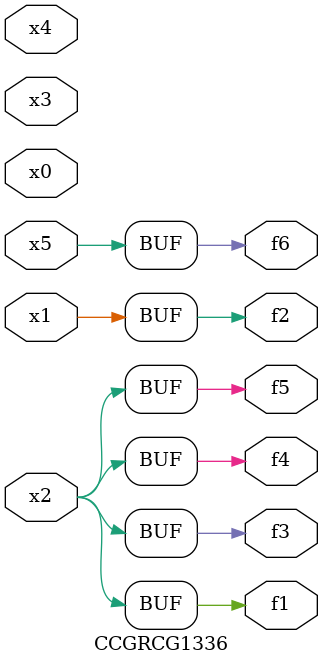
<source format=v>
module CCGRCG1336(
	input x0, x1, x2, x3, x4, x5,
	output f1, f2, f3, f4, f5, f6
);
	assign f1 = x2;
	assign f2 = x1;
	assign f3 = x2;
	assign f4 = x2;
	assign f5 = x2;
	assign f6 = x5;
endmodule

</source>
